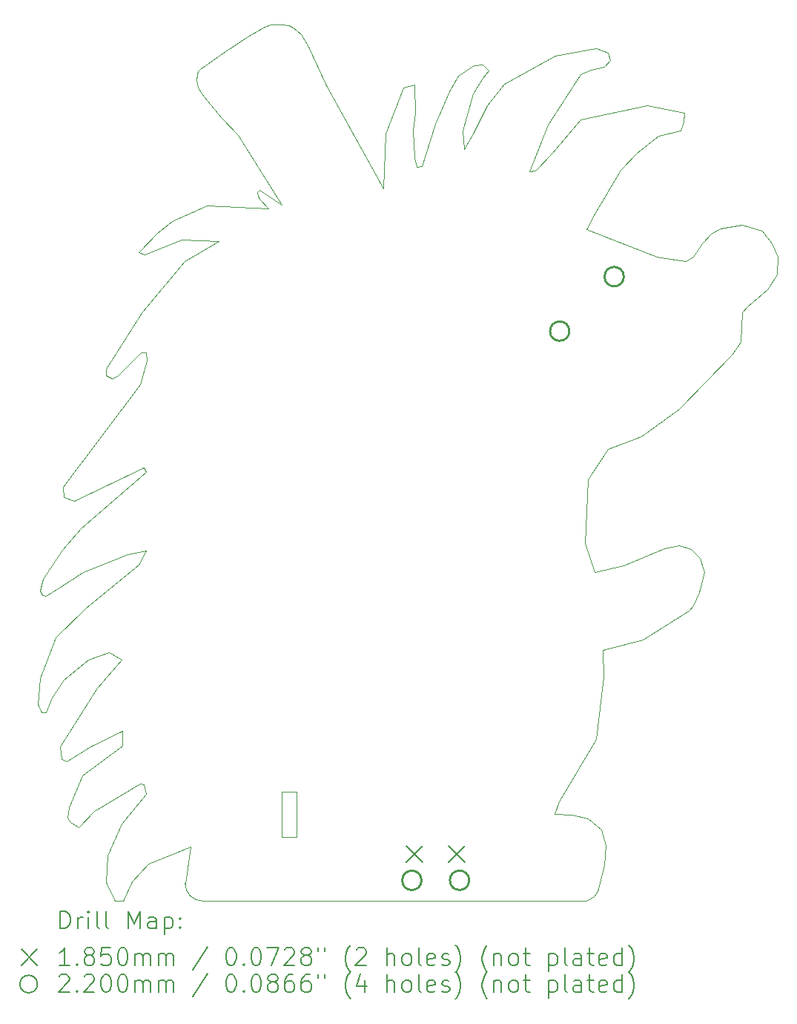
<source format=gbr>
%TF.GenerationSoftware,KiCad,Pcbnew,8.0.6*%
%TF.CreationDate,2024-11-07T16:31:00+01:00*%
%TF.ProjectId,SQUIM_v02,53515549-4d5f-4763-9032-2e6b69636164,rev?*%
%TF.SameCoordinates,Original*%
%TF.FileFunction,Drillmap*%
%TF.FilePolarity,Positive*%
%FSLAX45Y45*%
G04 Gerber Fmt 4.5, Leading zero omitted, Abs format (unit mm)*
G04 Created by KiCad (PCBNEW 8.0.6) date 2024-11-07 16:31:00*
%MOMM*%
%LPD*%
G01*
G04 APERTURE LIST*
%ADD10C,0.050000*%
%ADD11C,0.200000*%
%ADD12C,0.185000*%
%ADD13C,0.220000*%
G04 APERTURE END LIST*
D10*
X12466023Y-14631999D02*
X12466023Y-15141999D01*
X12636023Y-14631999D02*
X12466023Y-14631999D01*
X12636023Y-15141999D02*
X12636023Y-14631999D01*
X12466023Y-15141999D02*
X12636023Y-15141999D01*
X13851023Y-6596999D02*
X13645000Y-7115000D01*
X14375000Y-6635000D02*
X14215000Y-7005000D01*
X17165000Y-8525000D02*
X17080000Y-8575000D01*
X18010000Y-8900000D02*
X18115000Y-8725000D01*
X10050000Y-14975000D02*
X10145000Y-15035000D01*
X11965000Y-7135000D02*
X12460000Y-7930000D01*
X11490000Y-6505000D02*
X11505000Y-6590000D01*
X12975000Y-6570000D02*
X12765000Y-6125000D01*
X16130000Y-13010000D02*
X16590000Y-12890000D01*
X17080000Y-8575000D02*
X16790000Y-8530000D01*
X11320000Y-8325000D02*
X11745000Y-8345000D01*
X10320000Y-14850000D02*
X10850000Y-14535000D01*
X10910000Y-11880000D02*
X10830000Y-12035000D01*
X15940000Y-15875000D02*
X16030000Y-15820000D01*
X17015000Y-7085000D02*
X17055000Y-6980000D01*
X10470000Y-15360000D02*
X10455000Y-15660000D01*
X10640000Y-14105000D02*
X10185000Y-14445000D01*
X16830000Y-11850000D02*
X16370000Y-12050000D01*
X16055000Y-6145000D02*
X15590000Y-6230000D01*
X10910000Y-10980000D02*
X10170000Y-11620000D01*
X11820000Y-6180000D02*
X11530000Y-6385000D01*
X11195000Y-15345000D02*
X10935000Y-15450000D01*
X18060000Y-8370000D02*
X17950000Y-8230000D01*
X14480000Y-6455000D02*
X14375000Y-6635000D01*
X16040000Y-12120000D02*
X15930000Y-11790000D01*
X10885000Y-10930000D02*
X10910000Y-10980000D01*
X16790000Y-8530000D02*
X16750000Y-8520000D01*
X12192500Y-7832500D02*
X12205000Y-7865000D01*
X17060000Y-6880000D02*
X16640000Y-6800000D01*
X10460000Y-9880000D02*
X10520000Y-9915000D01*
X11505000Y-6410000D02*
X11495000Y-6440000D01*
X16190000Y-10720000D02*
X16570000Y-10570000D01*
X16570000Y-10570000D02*
X17000000Y-10260000D01*
X11495000Y-6440000D02*
X11490000Y-6505000D01*
X17265000Y-8375000D02*
X17165000Y-8525000D01*
X9740000Y-12195000D02*
X9700000Y-12335000D01*
X9965000Y-11150000D02*
X10847268Y-9980129D01*
X10847268Y-9980129D02*
X10925000Y-9705000D01*
X11775000Y-6940000D02*
X11965000Y-7135000D01*
X14005000Y-7500000D02*
X13980000Y-7390000D01*
X15960000Y-11060000D02*
X16190000Y-10720000D01*
X16590000Y-12890000D02*
X17110000Y-12560000D01*
X14525000Y-7085000D02*
X14570000Y-6930000D01*
X10700000Y-11920000D02*
X10910000Y-11880000D01*
X17240000Y-11960000D02*
X17290000Y-12120000D01*
X10170000Y-11620000D02*
X9955000Y-11870000D01*
X10185000Y-14445000D02*
X10030000Y-14810000D01*
X16150000Y-6355000D02*
X16210000Y-6280000D01*
X16110000Y-15060000D02*
X15960000Y-14930000D01*
X10910000Y-14650000D02*
X10635000Y-14995000D01*
X10645000Y-13930000D02*
X10640000Y-14105000D01*
X10250000Y-13125000D02*
X10490000Y-13040000D01*
X17720000Y-8160000D02*
X17465000Y-8200000D01*
X11530000Y-6385000D02*
X11505000Y-6410000D01*
X15500000Y-7020000D02*
X15875000Y-6440000D01*
X17465000Y-8200000D02*
X17365000Y-8260000D01*
X11605000Y-6735000D02*
X11775000Y-6940000D01*
X10560000Y-15875000D02*
X10655000Y-15875000D01*
X9965000Y-11150000D02*
X9975000Y-11270000D01*
X14655000Y-6340000D02*
X14480000Y-6455000D01*
X10030000Y-14810000D02*
X10020000Y-14925000D01*
X15875000Y-6960000D02*
X15545000Y-7345000D01*
X10630000Y-13120000D02*
X10355000Y-13440000D01*
X17290000Y-12120000D02*
X17230000Y-12350000D01*
X17160000Y-12500000D02*
X17110000Y-12560000D01*
X16210000Y-6280000D02*
X16185000Y-6195000D01*
X10455000Y-9805000D02*
X10869880Y-9150000D01*
X10869880Y-9150000D02*
X11358023Y-8571999D01*
X11505000Y-6590000D02*
X11545000Y-6660000D01*
X10890000Y-14545000D02*
X10910000Y-14650000D01*
X10145000Y-15035000D02*
X10320000Y-14850000D01*
X15990000Y-6390000D02*
X16150000Y-6355000D01*
X15960000Y-14930000D02*
X15770000Y-14890000D01*
X16150000Y-15470000D02*
X16160000Y-15240000D01*
X14825000Y-6400000D02*
X14755000Y-6330000D01*
X9970000Y-13350000D02*
X10250000Y-13125000D01*
X11560000Y-15875000D02*
X15940000Y-15875000D01*
X10855000Y-9620000D02*
X10915000Y-9615000D01*
X12335000Y-5875000D02*
X12270000Y-5900000D01*
X17780000Y-9090000D02*
X18010000Y-8900000D01*
X9770000Y-12395000D02*
X9905000Y-12310000D01*
X11605000Y-7940000D02*
X11210000Y-8115000D01*
X13980000Y-7390000D02*
X13965000Y-7077500D01*
X10455000Y-15660000D02*
X10560000Y-15875000D01*
X10580000Y-9890000D02*
X10855000Y-9620000D01*
X13965000Y-7077500D02*
X13985000Y-6880000D01*
X15545000Y-7345000D02*
X15356023Y-7541999D01*
X15356023Y-7541999D02*
X15295000Y-7550000D01*
X16750000Y-8520000D02*
X15940000Y-8210000D01*
X15295000Y-7550000D02*
X15500000Y-7020000D01*
X10020000Y-14925000D02*
X10050000Y-14975000D01*
X10825000Y-8470000D02*
X10895000Y-8500000D01*
X16830000Y-11850000D02*
X17000000Y-11820000D01*
X9835000Y-13555000D02*
X9970000Y-13350000D01*
X17720000Y-9160000D02*
X17780000Y-9090000D01*
X12187500Y-7787500D02*
X12192500Y-7832500D01*
X15770000Y-14890000D02*
X15580000Y-14880000D01*
X14650000Y-6665000D02*
X14760000Y-6485000D01*
X9880000Y-12865000D02*
X9705000Y-13335000D01*
X15875000Y-6440000D02*
X15990000Y-6390000D01*
X10355000Y-13440000D02*
X9935000Y-14110000D01*
X9950000Y-14255000D02*
X10005000Y-14285000D01*
X13620000Y-7745000D02*
X12975000Y-6570000D01*
X11425000Y-15255000D02*
X11195000Y-15345000D01*
X12310000Y-7970000D02*
X11605000Y-7940000D01*
X16640000Y-6800000D02*
X15875000Y-6960000D01*
X15580000Y-14880000D02*
X15630000Y-14740000D01*
X18130000Y-8520000D02*
X18060000Y-8370000D01*
X14810000Y-6795000D02*
X14655000Y-7100000D01*
X16030000Y-15820000D02*
X16070000Y-15760000D01*
X14570000Y-6930000D02*
X14650000Y-6665000D01*
X11360000Y-15675000D02*
X11425000Y-15255000D01*
X11745000Y-8345000D02*
X11358023Y-8571999D01*
X9720000Y-13725000D02*
X9770000Y-13725000D01*
X12205000Y-5935000D02*
X12090000Y-6000000D01*
X15940000Y-8210000D02*
X16035000Y-8030000D01*
X16160000Y-15240000D02*
X16110000Y-15060000D01*
X18115000Y-8725000D02*
X18130000Y-8520000D01*
X10915000Y-9615000D02*
X10925000Y-9705000D01*
X15930000Y-11790000D02*
X15960000Y-11060000D01*
X10490000Y-13040000D02*
X10630000Y-13120000D01*
X10830000Y-12035000D02*
X10225000Y-12525000D01*
X16070000Y-15760000D02*
X16150000Y-15470000D01*
X10635000Y-14995000D02*
X10470000Y-15360000D01*
X9770000Y-13725000D02*
X9835000Y-13555000D01*
X10225000Y-12525000D02*
X9880000Y-12865000D01*
X12475000Y-5875000D02*
X12335000Y-5875000D01*
X10005000Y-14285000D02*
X10275000Y-14110000D01*
X17365000Y-8260000D02*
X17265000Y-8375000D01*
X14655000Y-7100000D02*
X14550000Y-7295000D01*
X9935000Y-14110000D02*
X9950000Y-14255000D01*
X13985000Y-6880000D02*
X13980000Y-6560000D01*
X10850000Y-14535000D02*
X10890000Y-14545000D01*
X17055000Y-6980000D02*
X17060000Y-6880000D01*
X16050000Y-14030000D02*
X16140000Y-13320000D01*
X9700000Y-12335000D02*
X9725000Y-12385000D01*
X15590000Y-6230000D02*
X15005000Y-6550000D01*
X16140000Y-13320000D02*
X16130000Y-13010000D01*
X12535000Y-5885000D02*
X12475000Y-5875000D01*
X13980000Y-6560000D02*
X13851023Y-6596999D01*
X11545000Y-6660000D02*
X11605000Y-6735000D01*
X16370000Y-12050000D02*
X16040000Y-12120000D01*
X16765000Y-7145000D02*
X17015000Y-7085000D01*
X17230000Y-12350000D02*
X17160000Y-12500000D01*
X17700000Y-9500000D02*
X17720000Y-9160000D01*
X9955000Y-11870000D02*
X9740000Y-12195000D01*
X11560000Y-15875000D02*
G75*
G02*
X11360000Y-15675000I0J200000D01*
G01*
X17600000Y-9640000D02*
X17700000Y-9500000D01*
X9905000Y-12310000D02*
X10190000Y-12120000D01*
X17000000Y-11820000D02*
X17140000Y-11860000D01*
X10895000Y-8500000D02*
X11320000Y-8325000D01*
X17000000Y-10260000D02*
X17600000Y-9640000D01*
X10655000Y-15875000D02*
X10755000Y-15650000D01*
X16515000Y-7340000D02*
X16765000Y-7145000D01*
X12590000Y-5905000D02*
X12535000Y-5885000D01*
X12090000Y-6000000D02*
X11820000Y-6180000D01*
X14065000Y-7490000D02*
X14005000Y-7500000D01*
X14755000Y-6330000D02*
X14655000Y-6340000D01*
X15630000Y-14740000D02*
X16050000Y-14030000D01*
X15005000Y-6550000D02*
X14810000Y-6795000D01*
X9725000Y-12385000D02*
X9770000Y-12395000D01*
X10190000Y-12120000D02*
X10700000Y-11920000D01*
X14760000Y-6485000D02*
X14825000Y-6400000D01*
X10755000Y-15650000D02*
X10935000Y-15450000D01*
X10275000Y-14110000D02*
X10645000Y-13930000D01*
X12765000Y-6125000D02*
X12680000Y-5985000D01*
X17950000Y-8230000D02*
X17720000Y-8160000D01*
X14215000Y-7005000D02*
X14065000Y-7490000D01*
X12270000Y-5900000D02*
X12205000Y-5935000D01*
X10885000Y-10930000D02*
X10090000Y-11310000D01*
X10090000Y-11310000D02*
X9975000Y-11270000D01*
X10520000Y-9915000D02*
X10580000Y-9890000D01*
X9705000Y-13335000D02*
X9675000Y-13630000D01*
X14550000Y-7295000D02*
X14525000Y-7085000D01*
X16330000Y-7530000D02*
X16515000Y-7340000D01*
X16035000Y-8030000D02*
X16330000Y-7530000D01*
X12680000Y-5985000D02*
X12590000Y-5905000D01*
X17140000Y-11860000D02*
X17240000Y-11960000D01*
X12205000Y-7865000D02*
X12310000Y-7970000D01*
X9675000Y-13630000D02*
X9720000Y-13725000D01*
X10455000Y-9805000D02*
X10460000Y-9880000D01*
X11210000Y-8115000D02*
X11040000Y-8250000D01*
X11040000Y-8250000D02*
X10825000Y-8470000D01*
X12460000Y-7930000D02*
X12205000Y-7765000D01*
X16185000Y-6195000D02*
X16055000Y-6145000D01*
X12187500Y-7787500D02*
X12205000Y-7765000D01*
X13645000Y-7115000D02*
X13620000Y-7745000D01*
D11*
D12*
X13886023Y-15243499D02*
X14071023Y-15428499D01*
X14071023Y-15243499D02*
X13886023Y-15428499D01*
X14371023Y-15243499D02*
X14556023Y-15428499D01*
X14556023Y-15243499D02*
X14371023Y-15428499D01*
D13*
X14058523Y-15638999D02*
G75*
G02*
X13838523Y-15638999I-110000J0D01*
G01*
X13838523Y-15638999D02*
G75*
G02*
X14058523Y-15638999I110000J0D01*
G01*
X14603523Y-15638999D02*
G75*
G02*
X14383523Y-15638999I-110000J0D01*
G01*
X14383523Y-15638999D02*
G75*
G02*
X14603523Y-15638999I110000J0D01*
G01*
X15747122Y-9372929D02*
G75*
G02*
X15527122Y-9372929I-110000J0D01*
G01*
X15527122Y-9372929D02*
G75*
G02*
X15747122Y-9372929I110000J0D01*
G01*
X16369375Y-8750675D02*
G75*
G02*
X16149375Y-8750675I-110000J0D01*
G01*
X16149375Y-8750675D02*
G75*
G02*
X16369375Y-8750675I110000J0D01*
G01*
D11*
X9933277Y-16188984D02*
X9933277Y-15988984D01*
X9933277Y-15988984D02*
X9980896Y-15988984D01*
X9980896Y-15988984D02*
X10009467Y-15998508D01*
X10009467Y-15998508D02*
X10028515Y-16017555D01*
X10028515Y-16017555D02*
X10038039Y-16036603D01*
X10038039Y-16036603D02*
X10047563Y-16074698D01*
X10047563Y-16074698D02*
X10047563Y-16103269D01*
X10047563Y-16103269D02*
X10038039Y-16141365D01*
X10038039Y-16141365D02*
X10028515Y-16160412D01*
X10028515Y-16160412D02*
X10009467Y-16179460D01*
X10009467Y-16179460D02*
X9980896Y-16188984D01*
X9980896Y-16188984D02*
X9933277Y-16188984D01*
X10133277Y-16188984D02*
X10133277Y-16055650D01*
X10133277Y-16093746D02*
X10142801Y-16074698D01*
X10142801Y-16074698D02*
X10152324Y-16065174D01*
X10152324Y-16065174D02*
X10171372Y-16055650D01*
X10171372Y-16055650D02*
X10190420Y-16055650D01*
X10257086Y-16188984D02*
X10257086Y-16055650D01*
X10257086Y-15988984D02*
X10247563Y-15998508D01*
X10247563Y-15998508D02*
X10257086Y-16008031D01*
X10257086Y-16008031D02*
X10266610Y-15998508D01*
X10266610Y-15998508D02*
X10257086Y-15988984D01*
X10257086Y-15988984D02*
X10257086Y-16008031D01*
X10380896Y-16188984D02*
X10361848Y-16179460D01*
X10361848Y-16179460D02*
X10352324Y-16160412D01*
X10352324Y-16160412D02*
X10352324Y-15988984D01*
X10485658Y-16188984D02*
X10466610Y-16179460D01*
X10466610Y-16179460D02*
X10457086Y-16160412D01*
X10457086Y-16160412D02*
X10457086Y-15988984D01*
X10714229Y-16188984D02*
X10714229Y-15988984D01*
X10714229Y-15988984D02*
X10780896Y-16131841D01*
X10780896Y-16131841D02*
X10847563Y-15988984D01*
X10847563Y-15988984D02*
X10847563Y-16188984D01*
X11028515Y-16188984D02*
X11028515Y-16084222D01*
X11028515Y-16084222D02*
X11018991Y-16065174D01*
X11018991Y-16065174D02*
X10999944Y-16055650D01*
X10999944Y-16055650D02*
X10961848Y-16055650D01*
X10961848Y-16055650D02*
X10942801Y-16065174D01*
X11028515Y-16179460D02*
X11009467Y-16188984D01*
X11009467Y-16188984D02*
X10961848Y-16188984D01*
X10961848Y-16188984D02*
X10942801Y-16179460D01*
X10942801Y-16179460D02*
X10933277Y-16160412D01*
X10933277Y-16160412D02*
X10933277Y-16141365D01*
X10933277Y-16141365D02*
X10942801Y-16122317D01*
X10942801Y-16122317D02*
X10961848Y-16112793D01*
X10961848Y-16112793D02*
X11009467Y-16112793D01*
X11009467Y-16112793D02*
X11028515Y-16103269D01*
X11123753Y-16055650D02*
X11123753Y-16255650D01*
X11123753Y-16065174D02*
X11142801Y-16055650D01*
X11142801Y-16055650D02*
X11180896Y-16055650D01*
X11180896Y-16055650D02*
X11199943Y-16065174D01*
X11199943Y-16065174D02*
X11209467Y-16074698D01*
X11209467Y-16074698D02*
X11218991Y-16093746D01*
X11218991Y-16093746D02*
X11218991Y-16150888D01*
X11218991Y-16150888D02*
X11209467Y-16169936D01*
X11209467Y-16169936D02*
X11199943Y-16179460D01*
X11199943Y-16179460D02*
X11180896Y-16188984D01*
X11180896Y-16188984D02*
X11142801Y-16188984D01*
X11142801Y-16188984D02*
X11123753Y-16179460D01*
X11304705Y-16169936D02*
X11314229Y-16179460D01*
X11314229Y-16179460D02*
X11304705Y-16188984D01*
X11304705Y-16188984D02*
X11295182Y-16179460D01*
X11295182Y-16179460D02*
X11304705Y-16169936D01*
X11304705Y-16169936D02*
X11304705Y-16188984D01*
X11304705Y-16065174D02*
X11314229Y-16074698D01*
X11314229Y-16074698D02*
X11304705Y-16084222D01*
X11304705Y-16084222D02*
X11295182Y-16074698D01*
X11295182Y-16074698D02*
X11304705Y-16065174D01*
X11304705Y-16065174D02*
X11304705Y-16084222D01*
D12*
X9487500Y-16425000D02*
X9672500Y-16610000D01*
X9672500Y-16425000D02*
X9487500Y-16610000D01*
D11*
X10038039Y-16608984D02*
X9923753Y-16608984D01*
X9980896Y-16608984D02*
X9980896Y-16408984D01*
X9980896Y-16408984D02*
X9961848Y-16437555D01*
X9961848Y-16437555D02*
X9942801Y-16456603D01*
X9942801Y-16456603D02*
X9923753Y-16466127D01*
X10123753Y-16589936D02*
X10133277Y-16599460D01*
X10133277Y-16599460D02*
X10123753Y-16608984D01*
X10123753Y-16608984D02*
X10114229Y-16599460D01*
X10114229Y-16599460D02*
X10123753Y-16589936D01*
X10123753Y-16589936D02*
X10123753Y-16608984D01*
X10247563Y-16494698D02*
X10228515Y-16485174D01*
X10228515Y-16485174D02*
X10218991Y-16475650D01*
X10218991Y-16475650D02*
X10209467Y-16456603D01*
X10209467Y-16456603D02*
X10209467Y-16447079D01*
X10209467Y-16447079D02*
X10218991Y-16428031D01*
X10218991Y-16428031D02*
X10228515Y-16418508D01*
X10228515Y-16418508D02*
X10247563Y-16408984D01*
X10247563Y-16408984D02*
X10285658Y-16408984D01*
X10285658Y-16408984D02*
X10304705Y-16418508D01*
X10304705Y-16418508D02*
X10314229Y-16428031D01*
X10314229Y-16428031D02*
X10323753Y-16447079D01*
X10323753Y-16447079D02*
X10323753Y-16456603D01*
X10323753Y-16456603D02*
X10314229Y-16475650D01*
X10314229Y-16475650D02*
X10304705Y-16485174D01*
X10304705Y-16485174D02*
X10285658Y-16494698D01*
X10285658Y-16494698D02*
X10247563Y-16494698D01*
X10247563Y-16494698D02*
X10228515Y-16504222D01*
X10228515Y-16504222D02*
X10218991Y-16513746D01*
X10218991Y-16513746D02*
X10209467Y-16532793D01*
X10209467Y-16532793D02*
X10209467Y-16570888D01*
X10209467Y-16570888D02*
X10218991Y-16589936D01*
X10218991Y-16589936D02*
X10228515Y-16599460D01*
X10228515Y-16599460D02*
X10247563Y-16608984D01*
X10247563Y-16608984D02*
X10285658Y-16608984D01*
X10285658Y-16608984D02*
X10304705Y-16599460D01*
X10304705Y-16599460D02*
X10314229Y-16589936D01*
X10314229Y-16589936D02*
X10323753Y-16570888D01*
X10323753Y-16570888D02*
X10323753Y-16532793D01*
X10323753Y-16532793D02*
X10314229Y-16513746D01*
X10314229Y-16513746D02*
X10304705Y-16504222D01*
X10304705Y-16504222D02*
X10285658Y-16494698D01*
X10504705Y-16408984D02*
X10409467Y-16408984D01*
X10409467Y-16408984D02*
X10399944Y-16504222D01*
X10399944Y-16504222D02*
X10409467Y-16494698D01*
X10409467Y-16494698D02*
X10428515Y-16485174D01*
X10428515Y-16485174D02*
X10476134Y-16485174D01*
X10476134Y-16485174D02*
X10495182Y-16494698D01*
X10495182Y-16494698D02*
X10504705Y-16504222D01*
X10504705Y-16504222D02*
X10514229Y-16523269D01*
X10514229Y-16523269D02*
X10514229Y-16570888D01*
X10514229Y-16570888D02*
X10504705Y-16589936D01*
X10504705Y-16589936D02*
X10495182Y-16599460D01*
X10495182Y-16599460D02*
X10476134Y-16608984D01*
X10476134Y-16608984D02*
X10428515Y-16608984D01*
X10428515Y-16608984D02*
X10409467Y-16599460D01*
X10409467Y-16599460D02*
X10399944Y-16589936D01*
X10638039Y-16408984D02*
X10657086Y-16408984D01*
X10657086Y-16408984D02*
X10676134Y-16418508D01*
X10676134Y-16418508D02*
X10685658Y-16428031D01*
X10685658Y-16428031D02*
X10695182Y-16447079D01*
X10695182Y-16447079D02*
X10704705Y-16485174D01*
X10704705Y-16485174D02*
X10704705Y-16532793D01*
X10704705Y-16532793D02*
X10695182Y-16570888D01*
X10695182Y-16570888D02*
X10685658Y-16589936D01*
X10685658Y-16589936D02*
X10676134Y-16599460D01*
X10676134Y-16599460D02*
X10657086Y-16608984D01*
X10657086Y-16608984D02*
X10638039Y-16608984D01*
X10638039Y-16608984D02*
X10618991Y-16599460D01*
X10618991Y-16599460D02*
X10609467Y-16589936D01*
X10609467Y-16589936D02*
X10599944Y-16570888D01*
X10599944Y-16570888D02*
X10590420Y-16532793D01*
X10590420Y-16532793D02*
X10590420Y-16485174D01*
X10590420Y-16485174D02*
X10599944Y-16447079D01*
X10599944Y-16447079D02*
X10609467Y-16428031D01*
X10609467Y-16428031D02*
X10618991Y-16418508D01*
X10618991Y-16418508D02*
X10638039Y-16408984D01*
X10790420Y-16608984D02*
X10790420Y-16475650D01*
X10790420Y-16494698D02*
X10799944Y-16485174D01*
X10799944Y-16485174D02*
X10818991Y-16475650D01*
X10818991Y-16475650D02*
X10847563Y-16475650D01*
X10847563Y-16475650D02*
X10866610Y-16485174D01*
X10866610Y-16485174D02*
X10876134Y-16504222D01*
X10876134Y-16504222D02*
X10876134Y-16608984D01*
X10876134Y-16504222D02*
X10885658Y-16485174D01*
X10885658Y-16485174D02*
X10904705Y-16475650D01*
X10904705Y-16475650D02*
X10933277Y-16475650D01*
X10933277Y-16475650D02*
X10952325Y-16485174D01*
X10952325Y-16485174D02*
X10961848Y-16504222D01*
X10961848Y-16504222D02*
X10961848Y-16608984D01*
X11057086Y-16608984D02*
X11057086Y-16475650D01*
X11057086Y-16494698D02*
X11066610Y-16485174D01*
X11066610Y-16485174D02*
X11085658Y-16475650D01*
X11085658Y-16475650D02*
X11114229Y-16475650D01*
X11114229Y-16475650D02*
X11133277Y-16485174D01*
X11133277Y-16485174D02*
X11142801Y-16504222D01*
X11142801Y-16504222D02*
X11142801Y-16608984D01*
X11142801Y-16504222D02*
X11152325Y-16485174D01*
X11152325Y-16485174D02*
X11171372Y-16475650D01*
X11171372Y-16475650D02*
X11199943Y-16475650D01*
X11199943Y-16475650D02*
X11218991Y-16485174D01*
X11218991Y-16485174D02*
X11228515Y-16504222D01*
X11228515Y-16504222D02*
X11228515Y-16608984D01*
X11618991Y-16399460D02*
X11447563Y-16656603D01*
X11876134Y-16408984D02*
X11895182Y-16408984D01*
X11895182Y-16408984D02*
X11914229Y-16418508D01*
X11914229Y-16418508D02*
X11923753Y-16428031D01*
X11923753Y-16428031D02*
X11933277Y-16447079D01*
X11933277Y-16447079D02*
X11942801Y-16485174D01*
X11942801Y-16485174D02*
X11942801Y-16532793D01*
X11942801Y-16532793D02*
X11933277Y-16570888D01*
X11933277Y-16570888D02*
X11923753Y-16589936D01*
X11923753Y-16589936D02*
X11914229Y-16599460D01*
X11914229Y-16599460D02*
X11895182Y-16608984D01*
X11895182Y-16608984D02*
X11876134Y-16608984D01*
X11876134Y-16608984D02*
X11857086Y-16599460D01*
X11857086Y-16599460D02*
X11847563Y-16589936D01*
X11847563Y-16589936D02*
X11838039Y-16570888D01*
X11838039Y-16570888D02*
X11828515Y-16532793D01*
X11828515Y-16532793D02*
X11828515Y-16485174D01*
X11828515Y-16485174D02*
X11838039Y-16447079D01*
X11838039Y-16447079D02*
X11847563Y-16428031D01*
X11847563Y-16428031D02*
X11857086Y-16418508D01*
X11857086Y-16418508D02*
X11876134Y-16408984D01*
X12028515Y-16589936D02*
X12038039Y-16599460D01*
X12038039Y-16599460D02*
X12028515Y-16608984D01*
X12028515Y-16608984D02*
X12018991Y-16599460D01*
X12018991Y-16599460D02*
X12028515Y-16589936D01*
X12028515Y-16589936D02*
X12028515Y-16608984D01*
X12161848Y-16408984D02*
X12180896Y-16408984D01*
X12180896Y-16408984D02*
X12199944Y-16418508D01*
X12199944Y-16418508D02*
X12209467Y-16428031D01*
X12209467Y-16428031D02*
X12218991Y-16447079D01*
X12218991Y-16447079D02*
X12228515Y-16485174D01*
X12228515Y-16485174D02*
X12228515Y-16532793D01*
X12228515Y-16532793D02*
X12218991Y-16570888D01*
X12218991Y-16570888D02*
X12209467Y-16589936D01*
X12209467Y-16589936D02*
X12199944Y-16599460D01*
X12199944Y-16599460D02*
X12180896Y-16608984D01*
X12180896Y-16608984D02*
X12161848Y-16608984D01*
X12161848Y-16608984D02*
X12142801Y-16599460D01*
X12142801Y-16599460D02*
X12133277Y-16589936D01*
X12133277Y-16589936D02*
X12123753Y-16570888D01*
X12123753Y-16570888D02*
X12114229Y-16532793D01*
X12114229Y-16532793D02*
X12114229Y-16485174D01*
X12114229Y-16485174D02*
X12123753Y-16447079D01*
X12123753Y-16447079D02*
X12133277Y-16428031D01*
X12133277Y-16428031D02*
X12142801Y-16418508D01*
X12142801Y-16418508D02*
X12161848Y-16408984D01*
X12295182Y-16408984D02*
X12428515Y-16408984D01*
X12428515Y-16408984D02*
X12342801Y-16608984D01*
X12495182Y-16428031D02*
X12504706Y-16418508D01*
X12504706Y-16418508D02*
X12523753Y-16408984D01*
X12523753Y-16408984D02*
X12571372Y-16408984D01*
X12571372Y-16408984D02*
X12590420Y-16418508D01*
X12590420Y-16418508D02*
X12599944Y-16428031D01*
X12599944Y-16428031D02*
X12609467Y-16447079D01*
X12609467Y-16447079D02*
X12609467Y-16466127D01*
X12609467Y-16466127D02*
X12599944Y-16494698D01*
X12599944Y-16494698D02*
X12485658Y-16608984D01*
X12485658Y-16608984D02*
X12609467Y-16608984D01*
X12723753Y-16494698D02*
X12704706Y-16485174D01*
X12704706Y-16485174D02*
X12695182Y-16475650D01*
X12695182Y-16475650D02*
X12685658Y-16456603D01*
X12685658Y-16456603D02*
X12685658Y-16447079D01*
X12685658Y-16447079D02*
X12695182Y-16428031D01*
X12695182Y-16428031D02*
X12704706Y-16418508D01*
X12704706Y-16418508D02*
X12723753Y-16408984D01*
X12723753Y-16408984D02*
X12761848Y-16408984D01*
X12761848Y-16408984D02*
X12780896Y-16418508D01*
X12780896Y-16418508D02*
X12790420Y-16428031D01*
X12790420Y-16428031D02*
X12799944Y-16447079D01*
X12799944Y-16447079D02*
X12799944Y-16456603D01*
X12799944Y-16456603D02*
X12790420Y-16475650D01*
X12790420Y-16475650D02*
X12780896Y-16485174D01*
X12780896Y-16485174D02*
X12761848Y-16494698D01*
X12761848Y-16494698D02*
X12723753Y-16494698D01*
X12723753Y-16494698D02*
X12704706Y-16504222D01*
X12704706Y-16504222D02*
X12695182Y-16513746D01*
X12695182Y-16513746D02*
X12685658Y-16532793D01*
X12685658Y-16532793D02*
X12685658Y-16570888D01*
X12685658Y-16570888D02*
X12695182Y-16589936D01*
X12695182Y-16589936D02*
X12704706Y-16599460D01*
X12704706Y-16599460D02*
X12723753Y-16608984D01*
X12723753Y-16608984D02*
X12761848Y-16608984D01*
X12761848Y-16608984D02*
X12780896Y-16599460D01*
X12780896Y-16599460D02*
X12790420Y-16589936D01*
X12790420Y-16589936D02*
X12799944Y-16570888D01*
X12799944Y-16570888D02*
X12799944Y-16532793D01*
X12799944Y-16532793D02*
X12790420Y-16513746D01*
X12790420Y-16513746D02*
X12780896Y-16504222D01*
X12780896Y-16504222D02*
X12761848Y-16494698D01*
X12876134Y-16408984D02*
X12876134Y-16447079D01*
X12952325Y-16408984D02*
X12952325Y-16447079D01*
X13247563Y-16685174D02*
X13238039Y-16675650D01*
X13238039Y-16675650D02*
X13218991Y-16647079D01*
X13218991Y-16647079D02*
X13209468Y-16628031D01*
X13209468Y-16628031D02*
X13199944Y-16599460D01*
X13199944Y-16599460D02*
X13190420Y-16551841D01*
X13190420Y-16551841D02*
X13190420Y-16513746D01*
X13190420Y-16513746D02*
X13199944Y-16466127D01*
X13199944Y-16466127D02*
X13209468Y-16437555D01*
X13209468Y-16437555D02*
X13218991Y-16418508D01*
X13218991Y-16418508D02*
X13238039Y-16389936D01*
X13238039Y-16389936D02*
X13247563Y-16380412D01*
X13314229Y-16428031D02*
X13323753Y-16418508D01*
X13323753Y-16418508D02*
X13342801Y-16408984D01*
X13342801Y-16408984D02*
X13390420Y-16408984D01*
X13390420Y-16408984D02*
X13409468Y-16418508D01*
X13409468Y-16418508D02*
X13418991Y-16428031D01*
X13418991Y-16428031D02*
X13428515Y-16447079D01*
X13428515Y-16447079D02*
X13428515Y-16466127D01*
X13428515Y-16466127D02*
X13418991Y-16494698D01*
X13418991Y-16494698D02*
X13304706Y-16608984D01*
X13304706Y-16608984D02*
X13428515Y-16608984D01*
X13666610Y-16608984D02*
X13666610Y-16408984D01*
X13752325Y-16608984D02*
X13752325Y-16504222D01*
X13752325Y-16504222D02*
X13742801Y-16485174D01*
X13742801Y-16485174D02*
X13723753Y-16475650D01*
X13723753Y-16475650D02*
X13695182Y-16475650D01*
X13695182Y-16475650D02*
X13676134Y-16485174D01*
X13676134Y-16485174D02*
X13666610Y-16494698D01*
X13876134Y-16608984D02*
X13857087Y-16599460D01*
X13857087Y-16599460D02*
X13847563Y-16589936D01*
X13847563Y-16589936D02*
X13838039Y-16570888D01*
X13838039Y-16570888D02*
X13838039Y-16513746D01*
X13838039Y-16513746D02*
X13847563Y-16494698D01*
X13847563Y-16494698D02*
X13857087Y-16485174D01*
X13857087Y-16485174D02*
X13876134Y-16475650D01*
X13876134Y-16475650D02*
X13904706Y-16475650D01*
X13904706Y-16475650D02*
X13923753Y-16485174D01*
X13923753Y-16485174D02*
X13933277Y-16494698D01*
X13933277Y-16494698D02*
X13942801Y-16513746D01*
X13942801Y-16513746D02*
X13942801Y-16570888D01*
X13942801Y-16570888D02*
X13933277Y-16589936D01*
X13933277Y-16589936D02*
X13923753Y-16599460D01*
X13923753Y-16599460D02*
X13904706Y-16608984D01*
X13904706Y-16608984D02*
X13876134Y-16608984D01*
X14057087Y-16608984D02*
X14038039Y-16599460D01*
X14038039Y-16599460D02*
X14028515Y-16580412D01*
X14028515Y-16580412D02*
X14028515Y-16408984D01*
X14209468Y-16599460D02*
X14190420Y-16608984D01*
X14190420Y-16608984D02*
X14152325Y-16608984D01*
X14152325Y-16608984D02*
X14133277Y-16599460D01*
X14133277Y-16599460D02*
X14123753Y-16580412D01*
X14123753Y-16580412D02*
X14123753Y-16504222D01*
X14123753Y-16504222D02*
X14133277Y-16485174D01*
X14133277Y-16485174D02*
X14152325Y-16475650D01*
X14152325Y-16475650D02*
X14190420Y-16475650D01*
X14190420Y-16475650D02*
X14209468Y-16485174D01*
X14209468Y-16485174D02*
X14218991Y-16504222D01*
X14218991Y-16504222D02*
X14218991Y-16523269D01*
X14218991Y-16523269D02*
X14123753Y-16542317D01*
X14295182Y-16599460D02*
X14314230Y-16608984D01*
X14314230Y-16608984D02*
X14352325Y-16608984D01*
X14352325Y-16608984D02*
X14371372Y-16599460D01*
X14371372Y-16599460D02*
X14380896Y-16580412D01*
X14380896Y-16580412D02*
X14380896Y-16570888D01*
X14380896Y-16570888D02*
X14371372Y-16551841D01*
X14371372Y-16551841D02*
X14352325Y-16542317D01*
X14352325Y-16542317D02*
X14323753Y-16542317D01*
X14323753Y-16542317D02*
X14304706Y-16532793D01*
X14304706Y-16532793D02*
X14295182Y-16513746D01*
X14295182Y-16513746D02*
X14295182Y-16504222D01*
X14295182Y-16504222D02*
X14304706Y-16485174D01*
X14304706Y-16485174D02*
X14323753Y-16475650D01*
X14323753Y-16475650D02*
X14352325Y-16475650D01*
X14352325Y-16475650D02*
X14371372Y-16485174D01*
X14447563Y-16685174D02*
X14457087Y-16675650D01*
X14457087Y-16675650D02*
X14476134Y-16647079D01*
X14476134Y-16647079D02*
X14485658Y-16628031D01*
X14485658Y-16628031D02*
X14495182Y-16599460D01*
X14495182Y-16599460D02*
X14504706Y-16551841D01*
X14504706Y-16551841D02*
X14504706Y-16513746D01*
X14504706Y-16513746D02*
X14495182Y-16466127D01*
X14495182Y-16466127D02*
X14485658Y-16437555D01*
X14485658Y-16437555D02*
X14476134Y-16418508D01*
X14476134Y-16418508D02*
X14457087Y-16389936D01*
X14457087Y-16389936D02*
X14447563Y-16380412D01*
X14809468Y-16685174D02*
X14799944Y-16675650D01*
X14799944Y-16675650D02*
X14780896Y-16647079D01*
X14780896Y-16647079D02*
X14771372Y-16628031D01*
X14771372Y-16628031D02*
X14761849Y-16599460D01*
X14761849Y-16599460D02*
X14752325Y-16551841D01*
X14752325Y-16551841D02*
X14752325Y-16513746D01*
X14752325Y-16513746D02*
X14761849Y-16466127D01*
X14761849Y-16466127D02*
X14771372Y-16437555D01*
X14771372Y-16437555D02*
X14780896Y-16418508D01*
X14780896Y-16418508D02*
X14799944Y-16389936D01*
X14799944Y-16389936D02*
X14809468Y-16380412D01*
X14885658Y-16475650D02*
X14885658Y-16608984D01*
X14885658Y-16494698D02*
X14895182Y-16485174D01*
X14895182Y-16485174D02*
X14914230Y-16475650D01*
X14914230Y-16475650D02*
X14942801Y-16475650D01*
X14942801Y-16475650D02*
X14961849Y-16485174D01*
X14961849Y-16485174D02*
X14971372Y-16504222D01*
X14971372Y-16504222D02*
X14971372Y-16608984D01*
X15095182Y-16608984D02*
X15076134Y-16599460D01*
X15076134Y-16599460D02*
X15066611Y-16589936D01*
X15066611Y-16589936D02*
X15057087Y-16570888D01*
X15057087Y-16570888D02*
X15057087Y-16513746D01*
X15057087Y-16513746D02*
X15066611Y-16494698D01*
X15066611Y-16494698D02*
X15076134Y-16485174D01*
X15076134Y-16485174D02*
X15095182Y-16475650D01*
X15095182Y-16475650D02*
X15123753Y-16475650D01*
X15123753Y-16475650D02*
X15142801Y-16485174D01*
X15142801Y-16485174D02*
X15152325Y-16494698D01*
X15152325Y-16494698D02*
X15161849Y-16513746D01*
X15161849Y-16513746D02*
X15161849Y-16570888D01*
X15161849Y-16570888D02*
X15152325Y-16589936D01*
X15152325Y-16589936D02*
X15142801Y-16599460D01*
X15142801Y-16599460D02*
X15123753Y-16608984D01*
X15123753Y-16608984D02*
X15095182Y-16608984D01*
X15218992Y-16475650D02*
X15295182Y-16475650D01*
X15247563Y-16408984D02*
X15247563Y-16580412D01*
X15247563Y-16580412D02*
X15257087Y-16599460D01*
X15257087Y-16599460D02*
X15276134Y-16608984D01*
X15276134Y-16608984D02*
X15295182Y-16608984D01*
X15514230Y-16475650D02*
X15514230Y-16675650D01*
X15514230Y-16485174D02*
X15533277Y-16475650D01*
X15533277Y-16475650D02*
X15571373Y-16475650D01*
X15571373Y-16475650D02*
X15590420Y-16485174D01*
X15590420Y-16485174D02*
X15599944Y-16494698D01*
X15599944Y-16494698D02*
X15609468Y-16513746D01*
X15609468Y-16513746D02*
X15609468Y-16570888D01*
X15609468Y-16570888D02*
X15599944Y-16589936D01*
X15599944Y-16589936D02*
X15590420Y-16599460D01*
X15590420Y-16599460D02*
X15571373Y-16608984D01*
X15571373Y-16608984D02*
X15533277Y-16608984D01*
X15533277Y-16608984D02*
X15514230Y-16599460D01*
X15723753Y-16608984D02*
X15704706Y-16599460D01*
X15704706Y-16599460D02*
X15695182Y-16580412D01*
X15695182Y-16580412D02*
X15695182Y-16408984D01*
X15885658Y-16608984D02*
X15885658Y-16504222D01*
X15885658Y-16504222D02*
X15876134Y-16485174D01*
X15876134Y-16485174D02*
X15857087Y-16475650D01*
X15857087Y-16475650D02*
X15818992Y-16475650D01*
X15818992Y-16475650D02*
X15799944Y-16485174D01*
X15885658Y-16599460D02*
X15866611Y-16608984D01*
X15866611Y-16608984D02*
X15818992Y-16608984D01*
X15818992Y-16608984D02*
X15799944Y-16599460D01*
X15799944Y-16599460D02*
X15790420Y-16580412D01*
X15790420Y-16580412D02*
X15790420Y-16561365D01*
X15790420Y-16561365D02*
X15799944Y-16542317D01*
X15799944Y-16542317D02*
X15818992Y-16532793D01*
X15818992Y-16532793D02*
X15866611Y-16532793D01*
X15866611Y-16532793D02*
X15885658Y-16523269D01*
X15952325Y-16475650D02*
X16028515Y-16475650D01*
X15980896Y-16408984D02*
X15980896Y-16580412D01*
X15980896Y-16580412D02*
X15990420Y-16599460D01*
X15990420Y-16599460D02*
X16009468Y-16608984D01*
X16009468Y-16608984D02*
X16028515Y-16608984D01*
X16171373Y-16599460D02*
X16152325Y-16608984D01*
X16152325Y-16608984D02*
X16114230Y-16608984D01*
X16114230Y-16608984D02*
X16095182Y-16599460D01*
X16095182Y-16599460D02*
X16085658Y-16580412D01*
X16085658Y-16580412D02*
X16085658Y-16504222D01*
X16085658Y-16504222D02*
X16095182Y-16485174D01*
X16095182Y-16485174D02*
X16114230Y-16475650D01*
X16114230Y-16475650D02*
X16152325Y-16475650D01*
X16152325Y-16475650D02*
X16171373Y-16485174D01*
X16171373Y-16485174D02*
X16180896Y-16504222D01*
X16180896Y-16504222D02*
X16180896Y-16523269D01*
X16180896Y-16523269D02*
X16085658Y-16542317D01*
X16352325Y-16608984D02*
X16352325Y-16408984D01*
X16352325Y-16599460D02*
X16333277Y-16608984D01*
X16333277Y-16608984D02*
X16295182Y-16608984D01*
X16295182Y-16608984D02*
X16276134Y-16599460D01*
X16276134Y-16599460D02*
X16266611Y-16589936D01*
X16266611Y-16589936D02*
X16257087Y-16570888D01*
X16257087Y-16570888D02*
X16257087Y-16513746D01*
X16257087Y-16513746D02*
X16266611Y-16494698D01*
X16266611Y-16494698D02*
X16276134Y-16485174D01*
X16276134Y-16485174D02*
X16295182Y-16475650D01*
X16295182Y-16475650D02*
X16333277Y-16475650D01*
X16333277Y-16475650D02*
X16352325Y-16485174D01*
X16428515Y-16685174D02*
X16438039Y-16675650D01*
X16438039Y-16675650D02*
X16457087Y-16647079D01*
X16457087Y-16647079D02*
X16466611Y-16628031D01*
X16466611Y-16628031D02*
X16476134Y-16599460D01*
X16476134Y-16599460D02*
X16485658Y-16551841D01*
X16485658Y-16551841D02*
X16485658Y-16513746D01*
X16485658Y-16513746D02*
X16476134Y-16466127D01*
X16476134Y-16466127D02*
X16466611Y-16437555D01*
X16466611Y-16437555D02*
X16457087Y-16418508D01*
X16457087Y-16418508D02*
X16438039Y-16389936D01*
X16438039Y-16389936D02*
X16428515Y-16380412D01*
X9672500Y-16822500D02*
G75*
G02*
X9472500Y-16822500I-100000J0D01*
G01*
X9472500Y-16822500D02*
G75*
G02*
X9672500Y-16822500I100000J0D01*
G01*
X9923753Y-16733031D02*
X9933277Y-16723508D01*
X9933277Y-16723508D02*
X9952324Y-16713984D01*
X9952324Y-16713984D02*
X9999944Y-16713984D01*
X9999944Y-16713984D02*
X10018991Y-16723508D01*
X10018991Y-16723508D02*
X10028515Y-16733031D01*
X10028515Y-16733031D02*
X10038039Y-16752079D01*
X10038039Y-16752079D02*
X10038039Y-16771127D01*
X10038039Y-16771127D02*
X10028515Y-16799698D01*
X10028515Y-16799698D02*
X9914229Y-16913984D01*
X9914229Y-16913984D02*
X10038039Y-16913984D01*
X10123753Y-16894936D02*
X10133277Y-16904460D01*
X10133277Y-16904460D02*
X10123753Y-16913984D01*
X10123753Y-16913984D02*
X10114229Y-16904460D01*
X10114229Y-16904460D02*
X10123753Y-16894936D01*
X10123753Y-16894936D02*
X10123753Y-16913984D01*
X10209467Y-16733031D02*
X10218991Y-16723508D01*
X10218991Y-16723508D02*
X10238039Y-16713984D01*
X10238039Y-16713984D02*
X10285658Y-16713984D01*
X10285658Y-16713984D02*
X10304705Y-16723508D01*
X10304705Y-16723508D02*
X10314229Y-16733031D01*
X10314229Y-16733031D02*
X10323753Y-16752079D01*
X10323753Y-16752079D02*
X10323753Y-16771127D01*
X10323753Y-16771127D02*
X10314229Y-16799698D01*
X10314229Y-16799698D02*
X10199944Y-16913984D01*
X10199944Y-16913984D02*
X10323753Y-16913984D01*
X10447563Y-16713984D02*
X10466610Y-16713984D01*
X10466610Y-16713984D02*
X10485658Y-16723508D01*
X10485658Y-16723508D02*
X10495182Y-16733031D01*
X10495182Y-16733031D02*
X10504705Y-16752079D01*
X10504705Y-16752079D02*
X10514229Y-16790174D01*
X10514229Y-16790174D02*
X10514229Y-16837793D01*
X10514229Y-16837793D02*
X10504705Y-16875889D01*
X10504705Y-16875889D02*
X10495182Y-16894936D01*
X10495182Y-16894936D02*
X10485658Y-16904460D01*
X10485658Y-16904460D02*
X10466610Y-16913984D01*
X10466610Y-16913984D02*
X10447563Y-16913984D01*
X10447563Y-16913984D02*
X10428515Y-16904460D01*
X10428515Y-16904460D02*
X10418991Y-16894936D01*
X10418991Y-16894936D02*
X10409467Y-16875889D01*
X10409467Y-16875889D02*
X10399944Y-16837793D01*
X10399944Y-16837793D02*
X10399944Y-16790174D01*
X10399944Y-16790174D02*
X10409467Y-16752079D01*
X10409467Y-16752079D02*
X10418991Y-16733031D01*
X10418991Y-16733031D02*
X10428515Y-16723508D01*
X10428515Y-16723508D02*
X10447563Y-16713984D01*
X10638039Y-16713984D02*
X10657086Y-16713984D01*
X10657086Y-16713984D02*
X10676134Y-16723508D01*
X10676134Y-16723508D02*
X10685658Y-16733031D01*
X10685658Y-16733031D02*
X10695182Y-16752079D01*
X10695182Y-16752079D02*
X10704705Y-16790174D01*
X10704705Y-16790174D02*
X10704705Y-16837793D01*
X10704705Y-16837793D02*
X10695182Y-16875889D01*
X10695182Y-16875889D02*
X10685658Y-16894936D01*
X10685658Y-16894936D02*
X10676134Y-16904460D01*
X10676134Y-16904460D02*
X10657086Y-16913984D01*
X10657086Y-16913984D02*
X10638039Y-16913984D01*
X10638039Y-16913984D02*
X10618991Y-16904460D01*
X10618991Y-16904460D02*
X10609467Y-16894936D01*
X10609467Y-16894936D02*
X10599944Y-16875889D01*
X10599944Y-16875889D02*
X10590420Y-16837793D01*
X10590420Y-16837793D02*
X10590420Y-16790174D01*
X10590420Y-16790174D02*
X10599944Y-16752079D01*
X10599944Y-16752079D02*
X10609467Y-16733031D01*
X10609467Y-16733031D02*
X10618991Y-16723508D01*
X10618991Y-16723508D02*
X10638039Y-16713984D01*
X10790420Y-16913984D02*
X10790420Y-16780650D01*
X10790420Y-16799698D02*
X10799944Y-16790174D01*
X10799944Y-16790174D02*
X10818991Y-16780650D01*
X10818991Y-16780650D02*
X10847563Y-16780650D01*
X10847563Y-16780650D02*
X10866610Y-16790174D01*
X10866610Y-16790174D02*
X10876134Y-16809222D01*
X10876134Y-16809222D02*
X10876134Y-16913984D01*
X10876134Y-16809222D02*
X10885658Y-16790174D01*
X10885658Y-16790174D02*
X10904705Y-16780650D01*
X10904705Y-16780650D02*
X10933277Y-16780650D01*
X10933277Y-16780650D02*
X10952325Y-16790174D01*
X10952325Y-16790174D02*
X10961848Y-16809222D01*
X10961848Y-16809222D02*
X10961848Y-16913984D01*
X11057086Y-16913984D02*
X11057086Y-16780650D01*
X11057086Y-16799698D02*
X11066610Y-16790174D01*
X11066610Y-16790174D02*
X11085658Y-16780650D01*
X11085658Y-16780650D02*
X11114229Y-16780650D01*
X11114229Y-16780650D02*
X11133277Y-16790174D01*
X11133277Y-16790174D02*
X11142801Y-16809222D01*
X11142801Y-16809222D02*
X11142801Y-16913984D01*
X11142801Y-16809222D02*
X11152325Y-16790174D01*
X11152325Y-16790174D02*
X11171372Y-16780650D01*
X11171372Y-16780650D02*
X11199943Y-16780650D01*
X11199943Y-16780650D02*
X11218991Y-16790174D01*
X11218991Y-16790174D02*
X11228515Y-16809222D01*
X11228515Y-16809222D02*
X11228515Y-16913984D01*
X11618991Y-16704460D02*
X11447563Y-16961603D01*
X11876134Y-16713984D02*
X11895182Y-16713984D01*
X11895182Y-16713984D02*
X11914229Y-16723508D01*
X11914229Y-16723508D02*
X11923753Y-16733031D01*
X11923753Y-16733031D02*
X11933277Y-16752079D01*
X11933277Y-16752079D02*
X11942801Y-16790174D01*
X11942801Y-16790174D02*
X11942801Y-16837793D01*
X11942801Y-16837793D02*
X11933277Y-16875889D01*
X11933277Y-16875889D02*
X11923753Y-16894936D01*
X11923753Y-16894936D02*
X11914229Y-16904460D01*
X11914229Y-16904460D02*
X11895182Y-16913984D01*
X11895182Y-16913984D02*
X11876134Y-16913984D01*
X11876134Y-16913984D02*
X11857086Y-16904460D01*
X11857086Y-16904460D02*
X11847563Y-16894936D01*
X11847563Y-16894936D02*
X11838039Y-16875889D01*
X11838039Y-16875889D02*
X11828515Y-16837793D01*
X11828515Y-16837793D02*
X11828515Y-16790174D01*
X11828515Y-16790174D02*
X11838039Y-16752079D01*
X11838039Y-16752079D02*
X11847563Y-16733031D01*
X11847563Y-16733031D02*
X11857086Y-16723508D01*
X11857086Y-16723508D02*
X11876134Y-16713984D01*
X12028515Y-16894936D02*
X12038039Y-16904460D01*
X12038039Y-16904460D02*
X12028515Y-16913984D01*
X12028515Y-16913984D02*
X12018991Y-16904460D01*
X12018991Y-16904460D02*
X12028515Y-16894936D01*
X12028515Y-16894936D02*
X12028515Y-16913984D01*
X12161848Y-16713984D02*
X12180896Y-16713984D01*
X12180896Y-16713984D02*
X12199944Y-16723508D01*
X12199944Y-16723508D02*
X12209467Y-16733031D01*
X12209467Y-16733031D02*
X12218991Y-16752079D01*
X12218991Y-16752079D02*
X12228515Y-16790174D01*
X12228515Y-16790174D02*
X12228515Y-16837793D01*
X12228515Y-16837793D02*
X12218991Y-16875889D01*
X12218991Y-16875889D02*
X12209467Y-16894936D01*
X12209467Y-16894936D02*
X12199944Y-16904460D01*
X12199944Y-16904460D02*
X12180896Y-16913984D01*
X12180896Y-16913984D02*
X12161848Y-16913984D01*
X12161848Y-16913984D02*
X12142801Y-16904460D01*
X12142801Y-16904460D02*
X12133277Y-16894936D01*
X12133277Y-16894936D02*
X12123753Y-16875889D01*
X12123753Y-16875889D02*
X12114229Y-16837793D01*
X12114229Y-16837793D02*
X12114229Y-16790174D01*
X12114229Y-16790174D02*
X12123753Y-16752079D01*
X12123753Y-16752079D02*
X12133277Y-16733031D01*
X12133277Y-16733031D02*
X12142801Y-16723508D01*
X12142801Y-16723508D02*
X12161848Y-16713984D01*
X12342801Y-16799698D02*
X12323753Y-16790174D01*
X12323753Y-16790174D02*
X12314229Y-16780650D01*
X12314229Y-16780650D02*
X12304706Y-16761603D01*
X12304706Y-16761603D02*
X12304706Y-16752079D01*
X12304706Y-16752079D02*
X12314229Y-16733031D01*
X12314229Y-16733031D02*
X12323753Y-16723508D01*
X12323753Y-16723508D02*
X12342801Y-16713984D01*
X12342801Y-16713984D02*
X12380896Y-16713984D01*
X12380896Y-16713984D02*
X12399944Y-16723508D01*
X12399944Y-16723508D02*
X12409467Y-16733031D01*
X12409467Y-16733031D02*
X12418991Y-16752079D01*
X12418991Y-16752079D02*
X12418991Y-16761603D01*
X12418991Y-16761603D02*
X12409467Y-16780650D01*
X12409467Y-16780650D02*
X12399944Y-16790174D01*
X12399944Y-16790174D02*
X12380896Y-16799698D01*
X12380896Y-16799698D02*
X12342801Y-16799698D01*
X12342801Y-16799698D02*
X12323753Y-16809222D01*
X12323753Y-16809222D02*
X12314229Y-16818746D01*
X12314229Y-16818746D02*
X12304706Y-16837793D01*
X12304706Y-16837793D02*
X12304706Y-16875889D01*
X12304706Y-16875889D02*
X12314229Y-16894936D01*
X12314229Y-16894936D02*
X12323753Y-16904460D01*
X12323753Y-16904460D02*
X12342801Y-16913984D01*
X12342801Y-16913984D02*
X12380896Y-16913984D01*
X12380896Y-16913984D02*
X12399944Y-16904460D01*
X12399944Y-16904460D02*
X12409467Y-16894936D01*
X12409467Y-16894936D02*
X12418991Y-16875889D01*
X12418991Y-16875889D02*
X12418991Y-16837793D01*
X12418991Y-16837793D02*
X12409467Y-16818746D01*
X12409467Y-16818746D02*
X12399944Y-16809222D01*
X12399944Y-16809222D02*
X12380896Y-16799698D01*
X12590420Y-16713984D02*
X12552325Y-16713984D01*
X12552325Y-16713984D02*
X12533277Y-16723508D01*
X12533277Y-16723508D02*
X12523753Y-16733031D01*
X12523753Y-16733031D02*
X12504706Y-16761603D01*
X12504706Y-16761603D02*
X12495182Y-16799698D01*
X12495182Y-16799698D02*
X12495182Y-16875889D01*
X12495182Y-16875889D02*
X12504706Y-16894936D01*
X12504706Y-16894936D02*
X12514229Y-16904460D01*
X12514229Y-16904460D02*
X12533277Y-16913984D01*
X12533277Y-16913984D02*
X12571372Y-16913984D01*
X12571372Y-16913984D02*
X12590420Y-16904460D01*
X12590420Y-16904460D02*
X12599944Y-16894936D01*
X12599944Y-16894936D02*
X12609467Y-16875889D01*
X12609467Y-16875889D02*
X12609467Y-16828270D01*
X12609467Y-16828270D02*
X12599944Y-16809222D01*
X12599944Y-16809222D02*
X12590420Y-16799698D01*
X12590420Y-16799698D02*
X12571372Y-16790174D01*
X12571372Y-16790174D02*
X12533277Y-16790174D01*
X12533277Y-16790174D02*
X12514229Y-16799698D01*
X12514229Y-16799698D02*
X12504706Y-16809222D01*
X12504706Y-16809222D02*
X12495182Y-16828270D01*
X12780896Y-16713984D02*
X12742801Y-16713984D01*
X12742801Y-16713984D02*
X12723753Y-16723508D01*
X12723753Y-16723508D02*
X12714229Y-16733031D01*
X12714229Y-16733031D02*
X12695182Y-16761603D01*
X12695182Y-16761603D02*
X12685658Y-16799698D01*
X12685658Y-16799698D02*
X12685658Y-16875889D01*
X12685658Y-16875889D02*
X12695182Y-16894936D01*
X12695182Y-16894936D02*
X12704706Y-16904460D01*
X12704706Y-16904460D02*
X12723753Y-16913984D01*
X12723753Y-16913984D02*
X12761848Y-16913984D01*
X12761848Y-16913984D02*
X12780896Y-16904460D01*
X12780896Y-16904460D02*
X12790420Y-16894936D01*
X12790420Y-16894936D02*
X12799944Y-16875889D01*
X12799944Y-16875889D02*
X12799944Y-16828270D01*
X12799944Y-16828270D02*
X12790420Y-16809222D01*
X12790420Y-16809222D02*
X12780896Y-16799698D01*
X12780896Y-16799698D02*
X12761848Y-16790174D01*
X12761848Y-16790174D02*
X12723753Y-16790174D01*
X12723753Y-16790174D02*
X12704706Y-16799698D01*
X12704706Y-16799698D02*
X12695182Y-16809222D01*
X12695182Y-16809222D02*
X12685658Y-16828270D01*
X12876134Y-16713984D02*
X12876134Y-16752079D01*
X12952325Y-16713984D02*
X12952325Y-16752079D01*
X13247563Y-16990174D02*
X13238039Y-16980650D01*
X13238039Y-16980650D02*
X13218991Y-16952079D01*
X13218991Y-16952079D02*
X13209468Y-16933031D01*
X13209468Y-16933031D02*
X13199944Y-16904460D01*
X13199944Y-16904460D02*
X13190420Y-16856841D01*
X13190420Y-16856841D02*
X13190420Y-16818746D01*
X13190420Y-16818746D02*
X13199944Y-16771127D01*
X13199944Y-16771127D02*
X13209468Y-16742555D01*
X13209468Y-16742555D02*
X13218991Y-16723508D01*
X13218991Y-16723508D02*
X13238039Y-16694936D01*
X13238039Y-16694936D02*
X13247563Y-16685412D01*
X13409468Y-16780650D02*
X13409468Y-16913984D01*
X13361848Y-16704460D02*
X13314229Y-16847317D01*
X13314229Y-16847317D02*
X13438039Y-16847317D01*
X13666610Y-16913984D02*
X13666610Y-16713984D01*
X13752325Y-16913984D02*
X13752325Y-16809222D01*
X13752325Y-16809222D02*
X13742801Y-16790174D01*
X13742801Y-16790174D02*
X13723753Y-16780650D01*
X13723753Y-16780650D02*
X13695182Y-16780650D01*
X13695182Y-16780650D02*
X13676134Y-16790174D01*
X13676134Y-16790174D02*
X13666610Y-16799698D01*
X13876134Y-16913984D02*
X13857087Y-16904460D01*
X13857087Y-16904460D02*
X13847563Y-16894936D01*
X13847563Y-16894936D02*
X13838039Y-16875889D01*
X13838039Y-16875889D02*
X13838039Y-16818746D01*
X13838039Y-16818746D02*
X13847563Y-16799698D01*
X13847563Y-16799698D02*
X13857087Y-16790174D01*
X13857087Y-16790174D02*
X13876134Y-16780650D01*
X13876134Y-16780650D02*
X13904706Y-16780650D01*
X13904706Y-16780650D02*
X13923753Y-16790174D01*
X13923753Y-16790174D02*
X13933277Y-16799698D01*
X13933277Y-16799698D02*
X13942801Y-16818746D01*
X13942801Y-16818746D02*
X13942801Y-16875889D01*
X13942801Y-16875889D02*
X13933277Y-16894936D01*
X13933277Y-16894936D02*
X13923753Y-16904460D01*
X13923753Y-16904460D02*
X13904706Y-16913984D01*
X13904706Y-16913984D02*
X13876134Y-16913984D01*
X14057087Y-16913984D02*
X14038039Y-16904460D01*
X14038039Y-16904460D02*
X14028515Y-16885412D01*
X14028515Y-16885412D02*
X14028515Y-16713984D01*
X14209468Y-16904460D02*
X14190420Y-16913984D01*
X14190420Y-16913984D02*
X14152325Y-16913984D01*
X14152325Y-16913984D02*
X14133277Y-16904460D01*
X14133277Y-16904460D02*
X14123753Y-16885412D01*
X14123753Y-16885412D02*
X14123753Y-16809222D01*
X14123753Y-16809222D02*
X14133277Y-16790174D01*
X14133277Y-16790174D02*
X14152325Y-16780650D01*
X14152325Y-16780650D02*
X14190420Y-16780650D01*
X14190420Y-16780650D02*
X14209468Y-16790174D01*
X14209468Y-16790174D02*
X14218991Y-16809222D01*
X14218991Y-16809222D02*
X14218991Y-16828270D01*
X14218991Y-16828270D02*
X14123753Y-16847317D01*
X14295182Y-16904460D02*
X14314230Y-16913984D01*
X14314230Y-16913984D02*
X14352325Y-16913984D01*
X14352325Y-16913984D02*
X14371372Y-16904460D01*
X14371372Y-16904460D02*
X14380896Y-16885412D01*
X14380896Y-16885412D02*
X14380896Y-16875889D01*
X14380896Y-16875889D02*
X14371372Y-16856841D01*
X14371372Y-16856841D02*
X14352325Y-16847317D01*
X14352325Y-16847317D02*
X14323753Y-16847317D01*
X14323753Y-16847317D02*
X14304706Y-16837793D01*
X14304706Y-16837793D02*
X14295182Y-16818746D01*
X14295182Y-16818746D02*
X14295182Y-16809222D01*
X14295182Y-16809222D02*
X14304706Y-16790174D01*
X14304706Y-16790174D02*
X14323753Y-16780650D01*
X14323753Y-16780650D02*
X14352325Y-16780650D01*
X14352325Y-16780650D02*
X14371372Y-16790174D01*
X14447563Y-16990174D02*
X14457087Y-16980650D01*
X14457087Y-16980650D02*
X14476134Y-16952079D01*
X14476134Y-16952079D02*
X14485658Y-16933031D01*
X14485658Y-16933031D02*
X14495182Y-16904460D01*
X14495182Y-16904460D02*
X14504706Y-16856841D01*
X14504706Y-16856841D02*
X14504706Y-16818746D01*
X14504706Y-16818746D02*
X14495182Y-16771127D01*
X14495182Y-16771127D02*
X14485658Y-16742555D01*
X14485658Y-16742555D02*
X14476134Y-16723508D01*
X14476134Y-16723508D02*
X14457087Y-16694936D01*
X14457087Y-16694936D02*
X14447563Y-16685412D01*
X14809468Y-16990174D02*
X14799944Y-16980650D01*
X14799944Y-16980650D02*
X14780896Y-16952079D01*
X14780896Y-16952079D02*
X14771372Y-16933031D01*
X14771372Y-16933031D02*
X14761849Y-16904460D01*
X14761849Y-16904460D02*
X14752325Y-16856841D01*
X14752325Y-16856841D02*
X14752325Y-16818746D01*
X14752325Y-16818746D02*
X14761849Y-16771127D01*
X14761849Y-16771127D02*
X14771372Y-16742555D01*
X14771372Y-16742555D02*
X14780896Y-16723508D01*
X14780896Y-16723508D02*
X14799944Y-16694936D01*
X14799944Y-16694936D02*
X14809468Y-16685412D01*
X14885658Y-16780650D02*
X14885658Y-16913984D01*
X14885658Y-16799698D02*
X14895182Y-16790174D01*
X14895182Y-16790174D02*
X14914230Y-16780650D01*
X14914230Y-16780650D02*
X14942801Y-16780650D01*
X14942801Y-16780650D02*
X14961849Y-16790174D01*
X14961849Y-16790174D02*
X14971372Y-16809222D01*
X14971372Y-16809222D02*
X14971372Y-16913984D01*
X15095182Y-16913984D02*
X15076134Y-16904460D01*
X15076134Y-16904460D02*
X15066611Y-16894936D01*
X15066611Y-16894936D02*
X15057087Y-16875889D01*
X15057087Y-16875889D02*
X15057087Y-16818746D01*
X15057087Y-16818746D02*
X15066611Y-16799698D01*
X15066611Y-16799698D02*
X15076134Y-16790174D01*
X15076134Y-16790174D02*
X15095182Y-16780650D01*
X15095182Y-16780650D02*
X15123753Y-16780650D01*
X15123753Y-16780650D02*
X15142801Y-16790174D01*
X15142801Y-16790174D02*
X15152325Y-16799698D01*
X15152325Y-16799698D02*
X15161849Y-16818746D01*
X15161849Y-16818746D02*
X15161849Y-16875889D01*
X15161849Y-16875889D02*
X15152325Y-16894936D01*
X15152325Y-16894936D02*
X15142801Y-16904460D01*
X15142801Y-16904460D02*
X15123753Y-16913984D01*
X15123753Y-16913984D02*
X15095182Y-16913984D01*
X15218992Y-16780650D02*
X15295182Y-16780650D01*
X15247563Y-16713984D02*
X15247563Y-16885412D01*
X15247563Y-16885412D02*
X15257087Y-16904460D01*
X15257087Y-16904460D02*
X15276134Y-16913984D01*
X15276134Y-16913984D02*
X15295182Y-16913984D01*
X15514230Y-16780650D02*
X15514230Y-16980650D01*
X15514230Y-16790174D02*
X15533277Y-16780650D01*
X15533277Y-16780650D02*
X15571373Y-16780650D01*
X15571373Y-16780650D02*
X15590420Y-16790174D01*
X15590420Y-16790174D02*
X15599944Y-16799698D01*
X15599944Y-16799698D02*
X15609468Y-16818746D01*
X15609468Y-16818746D02*
X15609468Y-16875889D01*
X15609468Y-16875889D02*
X15599944Y-16894936D01*
X15599944Y-16894936D02*
X15590420Y-16904460D01*
X15590420Y-16904460D02*
X15571373Y-16913984D01*
X15571373Y-16913984D02*
X15533277Y-16913984D01*
X15533277Y-16913984D02*
X15514230Y-16904460D01*
X15723753Y-16913984D02*
X15704706Y-16904460D01*
X15704706Y-16904460D02*
X15695182Y-16885412D01*
X15695182Y-16885412D02*
X15695182Y-16713984D01*
X15885658Y-16913984D02*
X15885658Y-16809222D01*
X15885658Y-16809222D02*
X15876134Y-16790174D01*
X15876134Y-16790174D02*
X15857087Y-16780650D01*
X15857087Y-16780650D02*
X15818992Y-16780650D01*
X15818992Y-16780650D02*
X15799944Y-16790174D01*
X15885658Y-16904460D02*
X15866611Y-16913984D01*
X15866611Y-16913984D02*
X15818992Y-16913984D01*
X15818992Y-16913984D02*
X15799944Y-16904460D01*
X15799944Y-16904460D02*
X15790420Y-16885412D01*
X15790420Y-16885412D02*
X15790420Y-16866365D01*
X15790420Y-16866365D02*
X15799944Y-16847317D01*
X15799944Y-16847317D02*
X15818992Y-16837793D01*
X15818992Y-16837793D02*
X15866611Y-16837793D01*
X15866611Y-16837793D02*
X15885658Y-16828270D01*
X15952325Y-16780650D02*
X16028515Y-16780650D01*
X15980896Y-16713984D02*
X15980896Y-16885412D01*
X15980896Y-16885412D02*
X15990420Y-16904460D01*
X15990420Y-16904460D02*
X16009468Y-16913984D01*
X16009468Y-16913984D02*
X16028515Y-16913984D01*
X16171373Y-16904460D02*
X16152325Y-16913984D01*
X16152325Y-16913984D02*
X16114230Y-16913984D01*
X16114230Y-16913984D02*
X16095182Y-16904460D01*
X16095182Y-16904460D02*
X16085658Y-16885412D01*
X16085658Y-16885412D02*
X16085658Y-16809222D01*
X16085658Y-16809222D02*
X16095182Y-16790174D01*
X16095182Y-16790174D02*
X16114230Y-16780650D01*
X16114230Y-16780650D02*
X16152325Y-16780650D01*
X16152325Y-16780650D02*
X16171373Y-16790174D01*
X16171373Y-16790174D02*
X16180896Y-16809222D01*
X16180896Y-16809222D02*
X16180896Y-16828270D01*
X16180896Y-16828270D02*
X16085658Y-16847317D01*
X16352325Y-16913984D02*
X16352325Y-16713984D01*
X16352325Y-16904460D02*
X16333277Y-16913984D01*
X16333277Y-16913984D02*
X16295182Y-16913984D01*
X16295182Y-16913984D02*
X16276134Y-16904460D01*
X16276134Y-16904460D02*
X16266611Y-16894936D01*
X16266611Y-16894936D02*
X16257087Y-16875889D01*
X16257087Y-16875889D02*
X16257087Y-16818746D01*
X16257087Y-16818746D02*
X16266611Y-16799698D01*
X16266611Y-16799698D02*
X16276134Y-16790174D01*
X16276134Y-16790174D02*
X16295182Y-16780650D01*
X16295182Y-16780650D02*
X16333277Y-16780650D01*
X16333277Y-16780650D02*
X16352325Y-16790174D01*
X16428515Y-16990174D02*
X16438039Y-16980650D01*
X16438039Y-16980650D02*
X16457087Y-16952079D01*
X16457087Y-16952079D02*
X16466611Y-16933031D01*
X16466611Y-16933031D02*
X16476134Y-16904460D01*
X16476134Y-16904460D02*
X16485658Y-16856841D01*
X16485658Y-16856841D02*
X16485658Y-16818746D01*
X16485658Y-16818746D02*
X16476134Y-16771127D01*
X16476134Y-16771127D02*
X16466611Y-16742555D01*
X16466611Y-16742555D02*
X16457087Y-16723508D01*
X16457087Y-16723508D02*
X16438039Y-16694936D01*
X16438039Y-16694936D02*
X16428515Y-16685412D01*
M02*

</source>
